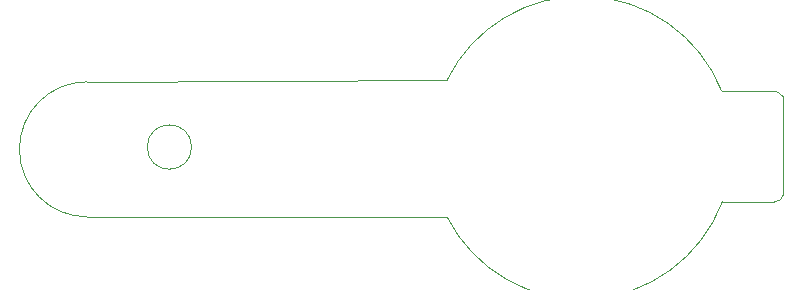
<source format=gm1>
%TF.GenerationSoftware,KiCad,Pcbnew,8.0.6*%
%TF.CreationDate,2024-11-16T21:35:11+05:30*%
%TF.ProjectId,LED Torch,4c454420-546f-4726-9368-2e6b69636164,1*%
%TF.SameCoordinates,Original*%
%TF.FileFunction,Profile,NP*%
%FSLAX46Y46*%
G04 Gerber Fmt 4.6, Leading zero omitted, Abs format (unit mm)*
G04 Created by KiCad (PCBNEW 8.0.6) date 2024-11-16 21:35:11*
%MOMM*%
%LPD*%
G01*
G04 APERTURE LIST*
%TA.AperFunction,Profile*%
%ADD10C,0.050000*%
%TD*%
G04 APERTURE END LIST*
D10*
X171960986Y-120063073D02*
G75*
G02*
X171196000Y-120634159I-612586J22673D01*
G01*
X171094400Y-111255858D02*
G75*
G02*
X171952695Y-111731566I0J-1012142D01*
G01*
X166835995Y-120634159D02*
X171196000Y-120634159D01*
X166766733Y-111255858D02*
X171094400Y-111255858D01*
X171952695Y-120062766D02*
X171952695Y-111731566D01*
X166835995Y-120634159D02*
G75*
G02*
X143510001Y-121920000I-11946795J4505359D01*
G01*
X143510001Y-110363000D02*
G75*
G02*
X166766733Y-111255858I11429999J-5613400D01*
G01*
X113030000Y-121920000D02*
X143510000Y-121920000D01*
X113030000Y-110490000D02*
X143510000Y-110363000D01*
X113030000Y-121920000D02*
G75*
G02*
X113030000Y-110490000I0J5715000D01*
G01*
X121890133Y-116014500D02*
G75*
G02*
X118139867Y-116014500I-1875133J0D01*
G01*
X118139867Y-116014500D02*
G75*
G02*
X121890133Y-116014500I1875133J0D01*
G01*
M02*

</source>
